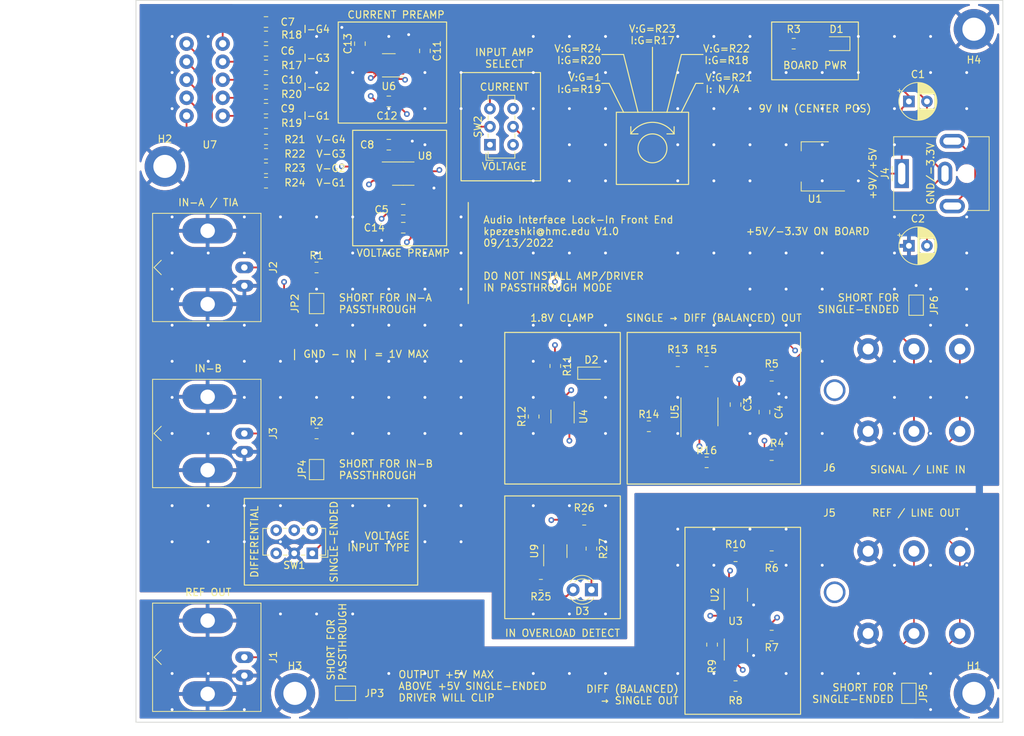
<source format=kicad_pcb>
(kicad_pcb (version 20211014) (generator pcbnew)
  (layers (0 "F.Cu" signal) (1 "In1.Cu" signal) (2 "In2.Cu" signal) (31 "B.Cu" signal) (34 "B.Paste" user) (35 "F.Paste" user) (36 "B.SilkS" user "B.Silkscreen") (37 "F.SilkS" user "F.Silkscreen") (38 "B.Mask" user) (39 "F.Mask" user) (44 "Edge.Cuts" user))
  (net 0 "")
  (net 1 "GND")
  (net 2 "/preamp/TIA_RG_G3")
  (net 3 "/TIA_OUT")
  (net 4 "/preamp/TIA_RG_G4")
  (net 5 "/preamp/TIA_RG_G1")
  (net 6 "/preamp/TIA_RG_G2")
  (net 7 "Net-(D1-Pad2)")
  (net 8 "Net-(D2-Pad1)")
  (net 9 "Net-(D3-Pad2)")
  (net 10 "/REFOUT")
  (net 11 "Net-(J2-Pad1)")
  (net 12 "Net-(J3-Pad1)")
  (net 13 "unconnected-(J4-PadMP)")
  (net 14 "/differential_to_single/V-")
  (net 15 "/differential_to_single/V+")
  (net 16 "Net-(J6-PadR)")
  (net 17 "Net-(J6-PadT)")
  (net 18 "/INA_TIA")
  (net 19 "/single_to_differential/Vo+")
  (net 20 "/INB")
  (net 21 "/single_to_differential/Vo-")
  (net 22 "Net-(R10-Pad2)")
  (net 23 "Net-(R7-Pad2)")
  (net 24 "Net-(R8-Pad2)")
  (net 25 "/OUTPUT")
  (net 26 "Net-(R12-Pad1)")
  (net 27 "/1v_clamp/OUT")
  (net 28 "Net-(R13-Pad2)")
  (net 29 "Net-(R14-Pad2)")
  (net 30 "/preamp/V_RG_2")
  (net 31 "Net-(R22-Pad1)")
  (net 32 "Net-(R23-Pad1)")
  (net 33 "Net-(R25-Pad1)")
  (net 34 "Net-(R26-Pad2)")
  (net 35 "/INA")
  (net 36 "/CURRIN")
  (net 37 "/AMP_OUT")
  (net 43 "/preamp/V_RG_1")
  (net 45 "+5V")
  (net 46 "-3V3")
  (net 47 "Net-(R21-Pad1)")
  (net 48 "Net-(R24-Pad1)")
  (footprint "audiohacks:ACJS-MHDR" (layer "F.Cu") (at 96.72 82)
    (fp_text reference "J5")
    (fp_text value "AudioJack3")
  )
  (footprint "Resistor_SMD:R_0805_2012Metric_Pad1.20x1.40mm_HandSolder" (layer "F.Cu") (at 62.05 71.95)
    (fp_text reference "R26")
    (fp_text value "10k")
  )
  (footprint "MountingHole:MountingHole_3.2mm_M3_DIN965_Pad" (layer "F.Cu") (at 22 96)
    (fp_text reference "H3")
    (fp_text value "MountingHole_Pad")
  )
  (footprint "Connector_BarrelJack:BarrelJack_CUI_PJ-063AH_Horizontal" (layer "F.Cu") (at 106 24 90)
    (fp_text reference "J4")
    (fp_text value "Barrel_Jack_MountingPin")
  )
  (footprint "Resistor_SMD:R_0805_2012Metric_Pad1.20x1.40mm_HandSolder" (layer "F.Cu") (at 18 19.265)
    (fp_text reference "R21")
    (fp_text value "50k")
  )
  (footprint "Resistor_SMD:R_0805_2012Metric_Pad1.20x1.40mm_HandSolder" (layer "F.Cu") (at 83 77)
    (fp_text reference "R10")
    (fp_text value "1k")
  )
  (footprint "Resistor_SMD:R_0805_2012Metric_Pad1.20x1.40mm_HandSolder" (layer "F.Cu") (at 71 59)
    (fp_text reference "R14")
    (fp_text value "390")
  )
  (footprint "Package_TO_SOT_SMD:SOT-23-6_Handsoldering" (layer "F.Cu") (at 83.05 89.35 90)
    (fp_text reference "U3")
    (fp_text value "OPA990")
  )
  (footprint "Button_Switch_THT:SW_E-Switch_EG1271_DPDT" (layer "F.Cu") (at 49 20 90)
    (fp_text reference "SW2")
    (fp_text value "SW_Push_DPDT")
  )
  (footprint "Capacitor_THT:CP_Radial_D5.0mm_P2.50mm" (layer "F.Cu") (at 107 14)
    (fp_text reference "C1")
    (fp_text value "C_Polarized")
  )
  (footprint "Resistor_SMD:R_0805_2012Metric_Pad1.20x1.40mm_HandSolder" (layer "F.Cu") (at 56.05 80.95 180)
    (fp_text reference "R25")
    (fp_text value "1k")
  )
  (footprint "Capacitor_SMD:C_0805_2012Metric_Pad1.18x1.45mm_HandSolder" (layer "F.Cu") (at 87 57.0375 90)
    (fp_text reference "C4")
    (fp_text value "100nF")
  )
  (footprint "Jumper:SolderJumper-2_P1.3mm_Open_TrianglePad1.0x1.5mm" (layer "F.Cu") (at 25 65 -90)
    (fp_text reference "JP4")
    (fp_text value "Jumper_2_Open")
  )
  (footprint "Resistor_SMD:R_0805_2012Metric_Pad1.20x1.40mm_HandSolder" (layer "F.Cu") (at 18 5)
    (fp_text reference "R18")
    (fp_text value "50k")
  )
  (footprint "Connector_Coaxial:BNC_Amphenol_B6252HB-NPP3G-50_Horizontal" (layer "F.Cu") (at 15 37 90)
    (fp_text reference "J2")
    (fp_text value "Conn_Coaxial")
  )
  (footprint "Resistor_SMD:R_0805_2012Metric_Pad1.20x1.40mm_HandSolder" (layer "F.Cu") (at 91.05 6)
    (fp_text reference "R3")
    (fp_text value "R")
  )
  (footprint "Capacitor_SMD:C_0805_2012Metric_Pad1.18x1.45mm_HandSolder" (layer "F.Cu") (at 35 20)
    (fp_text reference "C8")
    (fp_text value "100nF")
  )
  (footprint "audiohacks:ACJS-MHDR" (layer "F.Cu") (at 96.72 54)
    (fp_text reference "J6")
    (fp_text value "AudioJack3")
  )
  (footprint "Button_Switch_THT:SW_E-Switch_EG1271_DPDT" (layer "F.Cu") (at 24.4075 76.6 180)
    (fp_text reference "SW1")
    (fp_text value "SW_SPST")
  )
  (footprint "Capacitor_SMD:C_0805_2012Metric_Pad1.18x1.45mm_HandSolder" (layer "F.Cu") (at 18 11)
    (fp_text reference "C10")
    (fp_text value "10nF")
  )
  (footprint "Capacitor_SMD:C_0805_2012Metric_Pad1.18x1.45mm_HandSolder" (layer "F.Cu") (at 40 7 -90)
    (fp_text reference "C11")
    (fp_text value "100nF")
  )
  (footprint "Capacitor_SMD:C_0805_2012Metric_Pad1.18x1.45mm_HandSolder" (layer "F.Cu") (at 18 3)
    (fp_text reference "C7")
    (fp_text value "100pF")
  )
  (footprint "Resistor_SMD:R_0805_2012Metric_Pad1.20x1.40mm_HandSolder" (layer "F.Cu") (at 79 64)
    (fp_text reference "R16")
    (fp_text value "390")
  )
  (footprint "Package_SO:SOIC-8_3.9x4.9mm_P1.27mm" (layer "F.Cu") (at 78 57 90)
    (fp_text reference "U5")
    (fp_text value "OPA1632")
  )
  (footprint "Diode_SMD:D_SOD-323_HandSoldering" (layer "F.Cu") (at 63.05 51.65)
    (fp_text reference "D2")
    (fp_text value "D_Zener")
  )
  (footprint "LED_SMD:LED_0805_2012Metric_Pad1.15x1.40mm_HandSolder" (layer "F.Cu") (at 96.975 6 180)
    (fp_text reference "D1")
    (fp_text value "LED")
  )
  (footprint "MountingHole:MountingHole_3.2mm_M3_DIN965_Pad" (layer "F.Cu") (at 116 4)
    (fp_text reference "H4")
    (fp_text value "MountingHole_Pad")
  )
  (footprint "Package_TO_SOT_SMD:SOT-23-6_Handsoldering" (layer "F.Cu") (at 83.05 82.35 90)
    (fp_text reference "U2")
    (fp_text value "OPA990")
  )
  (footprint "Resistor_SMD:R_0805_2012Metric_Pad1.20x1.40mm_HandSolder" (layer "F.Cu") (at 58.05 50.65 -90)
    (fp_text reference "R11")
    (fp_text value "1k")
  )
  (footprint "Capacitor_SMD:C_0805_2012Metric_Pad1.18x1.45mm_HandSolder" (layer "F.Cu") (at 37 29)
    (fp_text reference "C5")
    (fp_text value "100nF")
  )
  (footprint "Connector_Coaxial:BNC_Amphenol_B6252HB-NPP3G-50_Horizontal" (layer "F.Cu") (at 15 60 90)
    (fp_text reference "J3")
    (fp_text value "Conn_Coaxial")
  )
  (footprint "Resistor_SMD:R_0805_2012Metric_Pad1.20x1.40mm_HandSolder" (layer "F.Cu") (at 63.05 75.95 -90)
    (fp_text reference "R27")
    (fp_text value "8k")
  )
  (footprint "Package_TO_SOT_SMD:SOT-223-3_TabPin2" (layer "F.Cu") (at 94 23 180)
    (fp_text reference "U1")
    (fp_text value "AZ1117-3.3")
  )
  (footprint "Jumper:SolderJumper-2_P1.3mm_Open_TrianglePad1.0x1.5mm" (layer "F.Cu") (at 108 42.225 -90)
    (fp_text reference "JP6")
    (fp_text value "Jumper_2_Open")
  )
  (footprint "Resistor_SMD:R_0805_2012Metric_Pad1.20x1.40mm_HandSolder" (layer "F.Cu") (at 75 50)
    (fp_text reference "R13")
    (fp_text value "390")
  )
  (footprint "Resistor_SMD:R_0805_2012Metric_Pad1.20x1.40mm_HandSolder" (layer "F.Cu") (at 55.05 57.65 90)
    (fp_text reference "R12")
    (fp_text value "100")
  )
  (footprint "Capacitor_SMD:C_0805_2012Metric_Pad1.18x1.45mm_HandSolder" (layer "F.Cu") (at 31 6 90)
    (fp_text reference "C13")
    (fp_text value "100nF")
  )
  (footprint "MountingHole:MountingHole_3.2mm_M3_DIN965_Pad" (layer "F.Cu") (at 116 96)
    (fp_text reference "H1")
    (fp_text value "MountingHole_Pad")
  )
  (footprint "Resistor_SMD:R_0805_2012Metric_Pad1.20x1.40mm_HandSolder" (layer "F.Cu") (at 88 63)
    (fp_text reference "R4")
    (fp_text value "1k")
  )
  (footprint "Resistor_SMD:R_0805_2012Metric_Pad1.20x1.40mm_HandSolder" (layer "F.Cu") (at 18 21.265)
    (fp_text reference "R22")
    (fp_text value "5k")
  )
  (footprint "Jumper:SolderJumper-2_P1.3mm_Open_TrianglePad1.0x1.5mm" (layer "F.Cu") (at 25 42 -90)
    (fp_text reference "JP2")
    (fp_text value "Jumper_2_Open")
  )
  (footprint "Package_TO_SOT_SMD:SOT-23-6_Handsoldering" (layer "F.Cu") (at 59.05 57.65 -90)
    (fp_text reference "U4")
    (fp_text value "OPA990")
  )
  (footprint "Jumper:SolderJumper-2_P1.3mm_Open_TrianglePad1.0x1.5mm" (layer "F.Cu") (at 29 96)
    (fp_text reference "JP3")
    (fp_text value "Jumper_2_Open")
  )
  (footprint "Package_TO_SOT_SMD:SOT-23-6_Handsoldering" (layer "F.Cu") (at 58.05 76.3 90)
    (fp_text reference "U9")
    (fp_text value "OPA990")
  )
  (footprint "Resistor_SMD:R_0805_2012Metric_Pad1.20x1.40mm_HandSolder" (layer "F.Cu") (at 18 13)
    (fp_text reference "R20")
    (fp_text value "500")
  )
  (footprint "Capacitor_SMD:C_0805_2012Metric_Pad1.18x1.45mm_HandSolder" (layer "F.Cu") (at 18 15)
    (fp_text reference "C9")
    (fp_text value "100nF")
  )
  (footprint "Resistor_SMD:R_0805_2012Metric_Pad1.20x1.40mm_HandSolder" (layer "F.Cu") (at 88 88 180)
    (fp_text reference "R7")
    (fp_text value "1k")
  )
  (footprint "Capacitor_THT:CP_Radial_D5.0mm_P2.50mm" (layer "F.Cu") (at 107 34)
    (fp_text reference "C2")
    (fp_text value "C_Polarized")
  )
  (footprint "Resistor_SMD:R_0805_2012Metric_Pad1.20x1.40mm_HandSolder" (layer "F.Cu") (at 18 9)
    (fp_text reference "R17")
    (fp_text value "5k")
  )
  (footprint "Resistor_SMD:R_0805_2012Metric_Pad1.20x1.40mm_HandSolder" (layer "F.Cu") (at 25 60)
    (fp_text reference "R2")
    (fp_text value "100")
  )
  (footprint "Resistor_SMD:R_0805_2012Metric_Pad1.20x1.40mm_HandSolder" (layer "F.Cu") (at 79 50)
    (fp_text reference "R15")
    (fp_text value "390")
  )
  (footprint "Capacitor_SMD:C_0805_2012Metric_Pad1.18x1.45mm_HandSolder" (layer "F.Cu") (at 18 7)
    (fp_text reference "C6")
    (fp_text value "1nF")
  )
  (footprint "Resistor_SMD:R_0805_2012Metric_Pad1.20x1.40mm_HandSolder" (layer "F.Cu") (at 79.75 89.25 -90)
    (fp_text reference "R9")
    (fp_text value "1k")
  )
  (footprint "Jumper:SolderJumper-2_P1.3mm_Open_TrianglePad1.0x1.5mm" (layer "F.Cu") (at 107 96 90)
    (fp_text reference "JP5")
    (fp_text value "Jumper_2_Open")
  )
  (footprint "MountingHole:MountingHole_3.2mm_M3_DIN965_Pad" (layer "F.Cu") (at 4 23)
    (fp_text reference "H2")
    (fp_text value "MountingHole_Pad")
  )
  (footprint "Capacitor_SMD:C_0805_2012Metric_Pad1.18x1.45mm_HandSolder" (layer "F.Cu") (at 35 14)
    (fp_text reference "C12")
    (fp_text value "100nF")
  )
  (footprint "Package_TO_SOT_SMD:SOT-23-6_Handsoldering" (layer "F.Cu") (at 35 9 180)
    (fp_text reference "U6")
    (fp_text value "OPA990")
  )
  (footprint "LED_THT:LED_D3.0mm" (layer "F.Cu") (at 63.05 81.65 180)
    (fp_text reference "D3")
    (fp_text value "LED")
  )
  (footprint "Capacitor_SMD:C_0805_2012Metric_Pad1.18x1.45mm_HandSolder" (layer "F.Cu") (at 37 31.5)
    (fp_text reference "C14")
    (fp_text value "100nF")
  )
  (footprint "Resistor_SMD:R_0805_2012Metric_Pad1.20x1.40mm_HandSolder" (layer "F.Cu") (at 18 17)
    (fp_text reference "R19")
    (fp_text value "50")
  )
  (footprint "Capacitor_SMD:C_0805_2012Metric_Pad1.18x1.45mm_HandSolder" (layer "F.Cu") (at 83 56 -90)
    (fp_text reference "C3")
    (fp_text value "100nF")
  )
  (footprint "Connector_Coaxial:BNC_Amphenol_B6252HB-NPP3G-50_Horizontal" (layer "F.Cu") (at 15 91 90)
    (fp_text reference "J1")
    (fp_text value "Conn_Coaxial")
  )
  (footprint "Package_SO:MSOP-8_3x3mm_P0.65mm" (layer "F.Cu") (at 37 24)
    (fp_text reference "U8")
    (fp_text value "AD8221")
  )
  (footprint "Resistor_SMD:R_0805_2012Metric_Pad1.20x1.40mm_HandSolder" (layer "F.Cu") (at 88 77 180)
    (fp_text reference "R6")
    (fp_text value "1k")
  )
  (footprint "Resistor_SMD:R_0805_2012Metric_Pad1.20x1.40mm_HandSolder" (layer "F.Cu") (at 18 23.265)
    (fp_text reference "R23")
    (fp_text value "500")
  )
  (footprint "audiohacks:105-SR10010F-25NS" (layer "F.Cu") (at 7 16 180)
    (fp_text reference "U7")
    (fp_text value "105-SR10010F-25NS")
  )
  (footprint "Resistor_SMD:R_0805_2012Metric_Pad1.20x1.40mm_HandSolder" (layer "F.Cu") (at 18 25.265)
    (fp_text reference "R24")
    (fp_text value "50")
  )
  (footprint "Resistor_SMD:R_0805_2012Metric_Pad1.20x1.40mm_HandSolder" (layer "F.Cu") (at 83 95 180)
    (fp_text reference "R8")
    (fp_text value "1k")
  )
  (footprint "Resistor_SMD:R_0805_2012Metric_Pad1.20x1.40mm_HandSolder" (layer "F.Cu") (at 25 37)
    (fp_text reference "R1")
    (fp_text value "100")
  )
  (footprint "Resistor_SMD:R_0805_2012Metric_Pad1.20x1.40mm_HandSolder" (layer "F.Cu") (at 88 52)
    (fp_text reference "R5")
    (fp_text value "1k")
  )
  (gr_rect (start 66.5 15.5) (end 76.5 25.5) (layer "F.SilkS") (width 0.15) (fill none))
  (gr_rect (start 51.05 68.65) (end 67.05 85.65) (layer "F.SilkS") (width 0.15) (fill none))
  (gr_line (start 67.5 15.5) (end 65.5 11.5) (layer "F.SilkS") (width 0.15))
  (gr_line (start 73.5 15.5) (end 75.5 7.5) (layer "F.SilkS") (width 0.15))
  (gr_rect (start 76 73) (end 92 98.9) (layer "F.SilkS") (width 0.15) (fill none))
  (gr_line (start 68.5 18.5) (end 69.5 18.5) (layer "F.SilkS") (width 0.15))
  (gr_line (start 75.5 7.5) (end 78.5 7.5) (layer "F.SilkS") (width 0.15))
  (gr_line (start 74.5 17.5) (end 74.5 18.5) (layer "F.SilkS") (width 0.15))
  (gr_line (start 68.5 17.5) (end 68.5 18.5) (layer "F.SilkS") (width 0.15))
  (gr_line (start 64.5 7.5) (end 67.5 7.5) (layer "F.SilkS") (width 0.15))
  (gr_rect (start 30 18) (end 43 34) (layer "F.SilkS") (width 0.15) (fill none))
  (gr_line (start 77.5 11.5) (end 78.5 11.5) (layer "F.SilkS") (width 0.15))
  (gr_rect (start 67.05 46) (end 51.05 67) (layer "F.SilkS") (width 0.15) (fill none))
  (gr_rect (start 68 46) (end 92 67) (layer "F.SilkS") (width 0.15) (fill none))
  (gr_line (start 65.5 11.5) (end 64.5 11.5) (layer "F.SilkS") (width 0.15))
  (gr_circle (center 71.5 20.5) (end 73.5 20.5) (layer "F.SilkS") (width 0.15) (fill none))
  (gr_line (start 46 28) (end 46 42) (layer "F.SilkS") (width 0.15))
  (gr_line (start 75.5 15.5) (end 77.5 11.5) (layer "F.SilkS") (width 0.15))
  (gr_line (start 71.5 15.25736) (end 71.5 6.5) (layer "F.SilkS") (width 0.15))
  (gr_rect (start 28 17) (end 43 3) (layer "F.SilkS") (width 0.15) (fill none))
  (gr_rect (start 88 3) (end 100 11) (layer "F.SilkS") (width 0.15) (fill none))
  (gr_rect (start 45 10) (end 56 25) (layer "F.SilkS") (width 0.15) (fill none))
  (gr_arc (start 68.5 18.5) (mid 71.5 16.894449) (end 74.5 18.5) (layer "F.SilkS") (width 0.15))
  (gr_line (start 69.5 15.5) (end 67.5 7.5) (layer "F.SilkS") (width 0.15))
  (gr_line (start 73.5 18.5) (end 74.5 18.5) (layer "F.SilkS") (width 0.15))
  (gr_rect (start 15 69) (end 39 81) (layer "F.SilkS") (width 0.15) (fill none))
  (gr_line (start 120 0) (end 120 100) (layer "Edge.Cuts") (width 0.1))
  (gr_line (start 120 100) (end 0 100) (layer "Edge.Cuts") (width 0.1))
  (gr_line (start 0 100) (end 0 0) (layer "Edge.Cuts") (width 0.1))
  (gr_line (start 0 0) (end 120 0) (layer "Edge.Cuts") (width 0.1))
  (gr_text "DIFFERENTIAL" (at 16.4075 75 90) (layer "F.SilkS") (effects (font (size 1 1))))
  (gr_text "V:G=R24\nI:G=R20" (at 64.5 7.5) (layer "F.SilkS") (effects (font (size 1 1)) (justify right)))
  (gr_text "| GND - IN | = 1V MAX" (at 31 49) (layer "F.SilkS") (effects (font (size 1 1))))
  (gr_text "IN-A / TIA" (at 10 28) (layer "F.SilkS") (effects (font (size 1 1))))
  (gr_text "V-G3" (at 27 21.265) (layer "F.SilkS") (effects (font (size 1 1))))
  (gr_text "V:G=R22\nI:G=R18" (at 81.75 7.5) (layer "F.SilkS") (effects (font (size 1 1))))
  (gr_text "Audio Interface Lock-In Front End \nkpezeshki@hmc.edu V1.0\n09/13/2022" (at 48 32) (layer "F.SilkS") (effects (font (size 1 1)) (justify left)))
  (gr_text "I-G4" (at 25 4) (layer "F.SilkS") (effects (font (size 1 1))))
  (gr_text "SHORT FOR\nSINGLE-ENDED" (at 105 96) (layer "F.SilkS") (effects (font (size 1 1)) (justify right)))
  (gr_text "SINGLE → DIFF (BALANCED) OUT" (at 80 44) (layer "F.SilkS") (effects (font (size 1 1))))
  (gr_text "REF OUT" (at 10 82) (layer "F.SilkS") (effects (font (size 1 1))))
  (gr_text "DO NOT INSTALL AMP/DRIVER\nIN PASSTHROUGH MODE" (at 48 39) (layer "F.SilkS") (effects (font (size 1 1)) (justify left)))
  (gr_text "VOLTAGE PREAMP" (at 37 35) (layer "F.SilkS") (effects (font (size 1 1))))
  (gr_text "SHORT FOR IN-B\nPASSTHROUGH" (at 28 65) (layer "F.SilkS") (effects (font (size 1 1)) (justify left)))
  (gr_text "1.8V CLAMP" (at 59 44) (layer "F.SilkS") (effects (font (size 1 1))))
  (gr_text "OUTPUT +5V MAX\nABOVE +5V SINGLE-ENDED \nDRIVER WILL CLIP" (at 36.25 95) (layer "F.SilkS") (effects (font (size 1 1)) (justify left)))
  (gr_text "DIFF (BALANCED)\n→ SINGLE OUT" (at 75.2 96.2) (layer "F.SilkS") (effects (font (size 1 1)) (justify right)))
  (gr_text "GND/-3.3V" (at 110 24 90) (layer "F.SilkS") (effects (font (size 1 1))))
  (gr_text "SIGNAL / LINE IN" (at 108.25 65) (layer "F.SilkS") (effects (font (size 1 1))))
  (gr_text "V-G4" (at 27 19.265) (layer "F.SilkS") (effects (font (size 1 1))))
  (gr_text "SHORT FOR IN-A\nPASSTHROUGH" (at 28 42) (layer "F.SilkS") (effects (font (size 1 1)) (justify left)))
  (gr_text "VOLTAGE\nINPUT TYPE" (at 38 75) (layer "F.SilkS") (effects (font (size 1 1)) (justify right)))
  (gr_text "V-G2" (at 27 23.265) (layer "F.SilkS") (effects (font (size 1 1))))
  (gr_text "V-G1" (at 27 25.265) (layer "F.SilkS") (effects (font (size 1 1))))
  (gr_text "BOARD PWR" (at 94 9) (layer "F.SilkS") (effects (font (size 1 1))))
  (gr_text "SHORT FOR\nPASSTHROUGH" (at 27.8 94.3 90) (layer "F.SilkS") (effects (font (size 1 1)) (justify left)))
  (gr_text "+9V/+5V" (at 102 24 90) (layer "F.SilkS") (effects (font (size 1 1))))
  (gr_text "REF / LINE OUT" (at 108 71) (layer "F.SilkS") (effects (font (size 1 1))))
  (gr_text "V:G=R21\nI: N/A" (at 78.75 11.5) (layer "F.SilkS") (effects (font (size 1 1)) (justify left)))
  (gr_text "V:G=R23\nI:G=R17" (at 71.5 4.75) (layer "F.SilkS") (effects (font (size 1 1))))
  (gr_text "9V IN (CENTER POS)" (at 94 15) (layer "F.SilkS") (effects (font (size 1 1))))
  (gr_text "CURRENT PREAMP" (at 36 2) (layer "F.SilkS") (effects (font (size 1 1))))
  (gr_text "+5V/-3.3V ON BOARD" (at 93 32) (layer "F.SilkS") (effects (font (size 1 1))))
  (gr_text "V:G=1\nI:G=R19" (at 64.5 11.5) (layer "F.SilkS") (effects (font (size 1 1)) (justify right)))
  (gr_text "I-G3" (at 25 8) (layer "F.SilkS") (effects (font (size 1 1))))
  (gr_text "IN-B" (at 10 51) (layer "F.SilkS") (effects (font (size 1 1))))
  (gr_text "I-G1" (at 25 16) (layer "F.SilkS") (effects (font (size 1 1))))
  (gr_text "IN OVERLOAD DETECT" (at 59.05 87.65) (layer "F.SilkS") (effects (font (size 1 1))))
  (gr_text "VOLTAGE" (at 51 23) (layer "F.SilkS") (effects (font (size 1 1))))
  (gr_text "SHORT FOR\nSINGLE-ENDED" (at 105.75 42) (layer "F.SilkS") (effects (font (size 1 1)) (justify right)))
  (gr_text "INPUT AMP\nSELECT" (at 51 8) (layer "F.SilkS") (effects (font (size 1 1))))
  (gr_text "SINGLE-ENDED" (at 27.4075 75 90) (layer "F.SilkS") (effects (font (size 1 1))))
  (gr_text "I-G2" (at 25 12) (layer "F.SilkS") (effects (font (size 1 1))))
  (gr_text "CURRENT" (at 51 12) (layer "F.SilkS") (effects (font (size 1 1))))
  (segment (start 85.45 90.7) (end 85.5 90.75) (width 0.25) (layer "F.Cu") (net 1))
  (segment (start 84.2125 57.0375) (end 85.25 56) (width 0.25) (layer "F.Cu") (net 1))
  (segment (start 38.9625 5.9625) (end 37.75 4.75) (width 0.25) (layer "F.Cu") (net 1))
  (segment (start 90.85 23) (end 97.15 23) (width 0.25) (layer "F.Cu") (net 1))
  (segment (start 39.876041 24.325) (end 41.25 25.698959) (width 0.25) (layer "F.Cu") (net 1))
  (segment (start 87.5 56) (end 89 54.5) (width 0.25) (layer "F.Cu") (net 1))
  (segment (start 36.0375 20) (end 37.75 20) (width 0.25) (layer "F.Cu") (net 1))
  (segment (start 85.45 83.7) (end 85.5 83.75) (width 0.25) (layer "F.Cu") (net 1))
  (segment (start 41.25 25.698959) (end 41.25 26) (width 0.25) (layer "F.Cu") (net 1))
  (segment (start 87 56) (end 87.5 56) (width 0.25) (layer "F.Cu") (net 1))
  (segment (start 39.1125 24.325) (end 39.876041 24.325) (width 0.25) (layer "F.Cu") (net 1))
  (segment (start 35.9625 31.5) (end 35.75 31.5) (width 0.25) (layer "F.Cu") (net 1))
  (segment (start 83 57.0375) (end 84.2125 57.0375) (width 0.25) (layer "F.Cu") (net 1))
  (segment (start 37.75 20) (end 38.25 19.5) (width 0.25) (layer "F.Cu") (net 1))
  (segment (start 84 83.7) (end 85.45 83.7) (width 0.25) (layer "F.Cu") (net 1))
  (segment (start 40 5.9625) (end 38.9625 5.9625) (width 0.25) (layer "F.Cu") (net 1))
  (segment (start 84 90.7) (end 85.45 90.7) (width 0.25) (layer "F.Cu") (net 1))
  (segment (start 31 4.9625) (end 29.7875 3.75) (width 0.25) (layer "F.Cu") (net 1))
  (segment (start 108 41.5) (end 108 39.5) (width 0.25) (layer "F.Cu") (net 1))
  (segment (start 29.7875 3.75) (end 28.5 3.75) (width 0.25) (layer "F.Cu") (net 1))
  (segment (start 35.75 31.5) (end 34 33.25) (width 0.25) (layer "F.Cu") (net 1))
  (segment (start 85.25 56) (end 87 56) (width 0.25) (layer "F.Cu") (net 1))
  (via (at 105 78.25) (size 0.8) (drill 0.4) (layers "F.Cu" "B.Cu") (net 1))
  (via (at 5 75) (size 0.8) (drill 0.4) (layers "F.Cu" "B.Cu") (net 1))
  (via (at 85 10) (size 0.8) (drill 0.4) (layers "F.Cu" "B.Cu") (net 1))
  (via (at 105 50) (size 0.8) (drill 0.4) (layers "F.Cu" "B.Cu") (net 1))
  (via (at 60 20) (size 0.8) (drill 0.4) (layers "F.Cu" "B.Cu") (net 1))
  (via (at 115 15) (size 0.8) (drill 0.4) (layers "F.Cu" "B.Cu") (net 1))
  (via (at 20 70) (size 0.8) (drill 0.4) (layers "F.Cu" "B.Cu") (net 1))
  (via (at 40 60) (size 0.8) (drill 0.4) (layers "F.Cu" "B.Cu") (net 1))
  (via (at 110 10) (size 0.8) (drill 0.4) (layers "F.Cu" "B.Cu") (net 1))
  (via (at 20 55) (size 0.8) (drill 0.4) (layers "F.Cu" "B.Cu") (net 1))
  (via (at 45 75) (size 0.8) (drill 0.4) (layers "F.Cu" "B.Cu") (net 1))
  (via (at 60 70) (size 0.8) (drill 0.4) (layers "F.Cu" "B.Cu") (net 1))
  (via (at 75 15) (size 0.8) (drill 0.4) (layers "F.Cu" "B.Cu") (net 1))
  (via (at 80 73.25) (size 0.8) (drill 0.4) (layers "F.Cu" "B.Cu") (net 1))
  (via (at 65 10) (size 0.8) (drill 0.4) (layers "F.Cu" "B.Cu") (net 1))
  (via (at 90 78.25) (size 0.8) (drill 0.4) (layers "F.Cu" "B.Cu") (net 1))
  (via (at 55 10) (size 0.8) (drill 0.4) (layers "F.Cu" "B.Cu") (net 1))
  (via (at 45 55) (size 0.8) (drill 0.4) (layers "F.Cu" "B.Cu") (net 1))
  (via (at 20 75) (size 0.8) (drill 0.4) (layers "F.Cu" "B.Cu") (net 1))
  (via (at 65 15) (size 0.8) (drill 0.4) (layers "F.Cu" "B.Cu") (net 1))
  (via (at 65 50) (size 0.8) (drill 0.4) (layers "F.Cu" "B.Cu") (net 1))
  (via (at 115 40) (size 0.8) (drill 0.4) (layers "F.Cu" "B.Cu") (net 1))
  (via (at 115 10) (size 0.8) (drill 0.4) (layers "F.Cu" "B.Cu") (net 1))
  (via (at 105 15) (size 0.8) (drill 0.4) (layers "F.Cu" "B.Cu") (net 1))
  (via (at 41.25 26) (size 0.8) (drill 0.4) (layers "F.Cu" "B.Cu") (net 1))
  (via (at 15 30) (size 0.8) (drill 0.4) (layers "F.Cu" "B.Cu") (net 1))
  (via (at 115 73.25) (size 0.8) (drill 0.4) (layers "F.Cu" "B.Cu") (net 1))
  (via (at 100 5) (size 0.8) (drill 0.4) (layers "F.Cu" "B.Cu") (net 1))
  (via (at 5 15) (size 0.8) (drill 0.4) (layers "F.Cu" "B.Cu") (net 1))
  (via (at 65 35) (size 0.8) (drill 0.4) (layers "F.Cu" "B.Cu") (net 1))
  (via (at 115 30) (size 0.8) (drill 0.4) (layers "F.Cu" "B.Cu") (net 1))
  (via (at 25 35) (size 0.8) (drill 0.4) (layers "F.Cu" "B.Cu") (net 1))
  (via (at 110 78.25) (size 0.8) (drill 0.4) (layers "F.Cu" "B.Cu") (net 1))
  (via (at 40 40) (size 0.8) (drill 0.4) (layers "F.Cu" "B.Cu") (net 1))
  (via (at 95 25) (size 0.8) (drill 0.4) (layers "F.Cu" "B.Cu") (net 1))
  (via (at 60 50) (size 0.8) (drill 0.4) (layers "F.Cu" "B.Cu") (net 1))
  (via (at 85 40) (size 0.8) (drill 0.4) (layers "F.Cu" "B.Cu") (net 1))
  (via (at 25 55) (size 0.8) (drill 0.4) (layers "F.Cu" "B.Cu") (net 1))
  (via (at 90 73.25) (size 0.8) (drill 0.4) (layers "F.Cu" "B.Cu") (net 1))
  (via (at 80 20) (size 0.8) (drill 0.4) (layers "F.Cu" "B.Cu") (net 1))
  (via (at 5 98.25) (size 0.8) (drill 0.4) (layers "F.Cu" "B.Cu") (net 1))
  (via (at 25 40) (size 0.8) (drill 0.4) (layers "F.Cu" "B.Cu") (net 1))
  (via (at 45 10) (size 0.8) (drill 0.4) (layers "F.Cu" "B.Cu") (net 1))
  (via (at 5 50) (size 0.8) (drill 0.4) (layers "F.Cu" "B.Cu") (net 1))
  (via (at 15 98.25) (size 0.8) (drill 0.4) (layers "F.Cu" "B.Cu") (net 1))
  (via (at 55 5) (size 0.8) (drill 0.4) (layers "F.Cu" "B.Cu") (net 1))
  (via (at 45 30) (size 0.8) (drill 0.4) (layers "F.Cu" "B.Cu") (net 1))
  (via (at 105 60) (size 0.8) (drill 0.4) (layers "F.Cu" "B.Cu") (net 1))
  (via (at 65 20) (size 0.8) (drill 0.4) (layers "F.Cu" "B.Cu") (net 1))
  (via (at 20 85) (size 0.8) (drill 0.4) (layers "F.Cu" "B.Cu") (net 1))
  (via (at 35 50) (size 0.8) (drill 0.4) (layers "F.Cu" "B.Cu") (net 1))
  (via (at 30 40) (size 0.8) (drill 0.4) (layers "F.Cu" "B.Cu") (net 1))
  (via (at 115 55) (size 0.8) (drill 0.4) (layers "F.Cu" "B.Cu") (net 1))
  (via (at 5 70) (size 0.8) (drill 0.4) (layers "F.Cu" "B.Cu") (net 1))
  (via (at 105 5) (size 0.8) (drill 0.4) (layers "F.Cu" "B.Cu") (net 1))
  (via (at 15 35) (size 0.8) (drill 0.4) (layers "F.Cu" "B.Cu") (net 1))
  (via (at 75 5) (size 0.8) (drill 0.4) (layers "F.Cu" "B.Cu") (net 1))
  (via (at 90 60) (size 0.8) (drill 0.4) (layers "F.Cu" "B.Cu") (net 1))
  (via (at 35 93.25) (size 0.8) (drill 0.4) (layers "F.Cu" "B.Cu") (net 1))
  (via (at 55 55) (size 0.8) (drill 0.4) (layers "F.Cu" "B.Cu") (net 1))
  (via (at 90 35) (size 0.8) (drill 0.4) (layers "F.Cu" "B.Cu") (net 1))
  (via (at 40 75) (size 0.8) (drill 0.4) (layers "F.Cu" "B.Cu") (net 1))
  (via (at 80 10) (size 0.8) (drill 0.4) (layers "F.Cu" "B.Cu") (net 1))
  (via (at 75 78.25) (size 0.8) (drill 0.4) (layers "F.Cu" "B.Cu") (net 1))
  (via (at 60 5) (size 0.8) (drill 0.4) (layers "F.Cu" "B.Cu") (net 1))
  (via (at 30 10) (size 0.8) (drill 0.4) (layers "F.Cu" "B.Cu") (net 1))
  (via (at 110 45) (size 0.8) (drill 0.4) (layers "F.Cu" "B.Cu") (net 1))
  (via (at 55 25) (size 0.8) (drill 0.4) (layers "F.Cu" "B.Cu") (net 1))
  (via (at 5 10) (size 0.8) (drill 0.4) (layers "F.Cu" "B.Cu") (net 1))
  (via (at 28.5 3.75) (size 0.8) (drill 0.4) (layers "F.Cu" "B.Cu") (net 1))
  (via (at 80 35) (size 0.8) (drill 0.4) (layers "F.Cu" "B.Cu") (net 1))
  (via (at 45 60) (size 0.8) (drill 0.4) (layers "F.Cu" "B.Cu") (net 1))
  (via (at 30 50) (size 0.8) (drill 0.4) (layers "F.Cu" "B.Cu") (net 1))
  (via (at 45 45) (size 0.8) (drill 0.4) (layers "F.Cu" "B.Cu") (net 1))
  (via (at 40 93.25) (size 0.8) (drill 0.4) (layers "F.Cu" "B.Cu") (net 1))
  (via (at 105 40) (size 0.8) (drill 0.4) (layers "F.Cu" "B.Cu") (net 1))
  (via (at 85 20) (size 0.8) (drill 0.4) (layers "F.Cu" "B.Cu") (net 1))
  (via (at 10 93.25) (size 0.8) (drill 0.4) (layers "F.Cu" "B.Cu") (net 1))
  (via (at 15 45) (size 0.8) (drill 0.4) (layers "F.Cu" "B.Cu") (net 1))
  (via (at 95 40) (size 0.8) (drill 0.4) (layers "F.Cu" "B.Cu") (net 1))
  (via (at 55 85) (size 0.8) (drill 0.4) (layers "F.Cu" "B.Cu") (net 1))
  (via (at 20 50) (size 0.8) (drill 0.4) (layers "F.Cu" "B.Cu") (net 1))
  (via (at 80 93.25) (size 0.8) (drill 0.4) (layers "F.Cu" "B.Cu") (net 1))
  (via (at 90 20) (size 0.8) (drill 0.4) (layers "F.Cu" "B.Cu") (net 1))
  (via (at 40 50) (size 0.8) (drill 0.4) (layers "F.Cu" "B.Cu") (net 1))
  (via (at 110 60) (size 0.8) (drill 0.4) (layers "F.Cu" "B.Cu") (net 1))
  (via (at 25 10) (size 0.8) (drill 0.4) (layers "F.Cu" "B.Cu") (net 1))
  (via (at 60 25) (size 0.8) (drill 0.4) (layers "F.Cu" "B.Cu") (net 1))
  (via (at 95 60) (size 0.8) (drill 0.4) (layers "F.Cu" "B.Cu") (net 1))
  (via (at 45 35) (size 0.8) (drill 0.4) (layers "F.Cu" "B.Cu") (net 1))
  (via (at 45 70) (size 0.8) (drill 0.4) (layers "F.Cu" "B.Cu") (net 1))
  (via (at 45 93.25) (size 0.8) (drill 0.4) (layers "F.Cu" "B.Cu") (net 1))
  (via (at 65 85) (size 0.8) (drill 0.4) (layers "F.Cu" "B.Cu") (net 1))
  (via (at 35 40) (size 0.8) (drill 0.4) (layers "F.Cu" "B.Cu") (net 1))
  (via (at 80 15) (size 0.8) (drill 0.4) (layers "F.Cu" "B.Cu") (net 1))
  (via (at 85 35) (size 0.8) (drill 0.4) (layers "F.Cu" "B.Cu") (net 1))
  (via (at 40 35) (size 0.8) (drill 0.4) (layers "F.Cu" "B.Cu") (net 1))
  (via (at 30 45) (size 0.8) (drill 0.4) (layers "F.Cu" "B.Cu") (net 1))
  (via (at 20 30) (size 0.8) (drill 0.4) (layers "F.Cu" "B.Cu") (net 1))
  (via (at 100 25) (size 0.8) (drill 0.4) (layers "F.Cu" "B.Cu") (net 1))
  (via (at 60 45) (size 0.8) (drill 0.4) (layers "F.Cu" "B.Cu") (net 1))
  (via (at 5 40) (size 0.8) (drill 0.4) (layers "F.Cu" "B.Cu") (net 1))
  (via (at 25 5) (size 0.8) (drill 0.4) (layers "F.Cu" "B.Cu") (net 1))
  (via (at 35 35) (size 0.8) (drill 0.4) (layers "F.Cu" "B.Cu") (net 1))
  (via (at 30 55) (size 0.8) (drill 0.4) (layers "F.Cu" "B.Cu") (net 1))
  (via (at 45 40) (size 0.8) (drill 0.4) (layers "F.Cu" "B.Cu") (net 1))
  (via (at 30 75) (size 0.8) (drill 0.4) (layers "F.Cu" "B.Cu") (net 1))
  (via (at 15 50) (size 0.8) (drill 0.4) (layers "F.Cu" "B.Cu") (net 1))
  (via (at 75 10) (size 0.8) (drill 0.4) (layers "F.Cu" "B.Cu") (net 1))
  (via (at 85.5 90.75) (size 0.8) (drill 0.4) (layers "F.Cu" "B.Cu") (net 1))
  (via (at 95 35) (size 0.8) (drill 0.4) (layers "F.Cu" "B.Cu") (net 1))
  (via (at 5 55) (size 0.8) (drill 0.4) (layers "F.Cu" "B.Cu") (net 1))
  (via (at 95 15) (size 0.8) (drill 0.4) (layers "F.Cu" "B.Cu") (net 1))
  (via (at 45 50) (size 0.8) (drill 0.4) (layers "F.Cu" "B.Cu") (net 1))
  (via (at 30 30) (size 0.8) (drill 0.4) (layers "F.Cu" "B.Cu") (net 1))
  (via (at 60 93.25) (size 0.8) (drill 0.4) (layers "F.Cu" "B.Cu") (net 1))
  (via (at 30 35) (size 0.8) (drill 0.4) (layers "F.Cu" "B.Cu") (net 1))
  (via (at 55 93.25) (size 0.8) (drill 0.4) (layers "F.Cu" "B.Cu") (net 1))
  (via (at 40 10) (size 0.8) (drill 0.4) (layers "F.Cu" "B.Cu") (net 1))
  (via (at 85 25) (size 0.8) (drill 0.4) (layers "F.Cu" "B.Cu") (net 1))
  (via (at 75 25) (size 0.8) (drill 0.4) (layers "F.Cu" "B.Cu") (net 1))
  (via (at 105 35) (size 0.8) (drill 0.4) (layers "F.Cu" "B.Cu") (net 1))
  (via (at 110 50) (size 0.8) (drill 0.4) (layers "F.Cu" "B.Cu") (net 1))
  (via (at 85 60) (size 0.8) (drill 0.4) (layers "F.Cu" "B.Cu") (net 1))
  (via (at 55 70) (size 0.8) (drill 0.4) (layers "F.Cu" "B.Cu") (net 1))
  (via (at 30 70) (size 0.8) (drill 0.4) (layers "F.Cu" "B.Cu") (net 1))
  (via (at 105 93.25) (size 0.8) (drill 0.4) (layers "F.Cu" "B.Cu") (net 1))
  (via (at 80 78.25) (size 0.8) (drill 0.4) (layers "F.Cu" "B.Cu") (net 1))
  (via (at 5 93.25) (size 0.8) (drill 0.4) (layers "F.Cu" "B.Cu") (net 1))
  (via (at 108 39.5) (size 0.8) (drill 0.4) (layers "F.Cu" "B.Cu") (net 1))
  (via (at 35 75) (size 0.8) (drill 0.4) (layers "F.Cu" "B.Cu") (net 1))
  (via (at 30 60) (size 0.8) (drill 0.4) (layers "F.Cu" "B.Cu") (net 1))
  (via (at 110 40) (size 0.8) (drill 0.4) (layers "F.Cu" "B.Cu") (net 1))
  (via (at 65 70) (size 0.8) (drill 0.4) (layers "F.Cu" "B.Cu") (net 1))
  (via (at 90 40) (size 0.8) (drill 0.4) (layers "F.Cu" "B.Cu") (net 1))
  (via (at 10 45) (size 0.8) (drill 0.4) (layers "F.Cu" "B.Cu") (net 1))
  (via (at 65 45) (size 0.8) (drill 0.4) (layers "F.Cu" "B.Cu") (net 1))
  (via (at 25 50) (size 0.8) (drill 0.4) (layers "F.Cu" "B.Cu") (net 1))
  (via (at 80 5) (size 0.8) (drill 0.4) (layers "F.Cu" "B.Cu") (net 1))
  (via (at 40 70) (size 0.8) (drill 0.4) (layers "F.Cu" "B.Cu") (net 1))
  (via (at 105 20) (size 0.8) (drill 0.4) (layers "F.Cu" "B.Cu") (net 1))
  (via (at 85 45) (size 0.8) (drill 0.4) (layers "F.Cu" "B.Cu") (net 1))
  (via (at 5 30) (size 0.8) (drill 0.4) (layers "F.Cu" "B.Cu") (net 1))
  (via (at 90 10) (size 0.8) (drill 0.4) (layers "F.Cu" "B.Cu") (net 1))
  (via (at 95 50) (size 0.8) (drill 0.4) (layers "F.Cu" "B.Cu") (net 1))
  (via (at 60 15) (size 0.8) (drill 0.4) (layers "F.Cu" "B.Cu") (net 1))
  (via (at 5 35) (size 0.8) (drill 0.4) (layers "F.Cu" "B.Cu") (net 1))
  (via (at 95 10) (size 0.8) (drill 0.4) (layers "F.Cu" "B.Cu") (net 1))
  (via (at 15 75) (size 0.8) (drill 0.4) (layers "F.Cu" "B.Cu") (net 1))
  (via (at 65 25) (size 0.8) (drill 0.4) (layers "F.Cu" "B.Cu") (net 1))
  (via (at 55 50) (size 0.8) (drill 0.4) (layers "F.Cu" "B.Cu") (net 1))
  (via (at 34 33.25) (size 0.8) (drill 0.4) (layers "F.Cu" "B.Cu") (net 1))
  (via (at 89 54.5) (size 0.8) (drill 0.4) (layers "F.Cu" "B.Cu") (net 1))
  (via (at 75 35) (size 0.8) (drill 0.4) (layers "F.Cu" "B.Cu") (net 1))
  (via (at 65 93.25) (size 0.8) (drill 0.4) (layers "F.Cu" "B.Cu") (net 1))
  (via (at 85 73.25) (size 0.8) (drill 0.4) (layers "F.Cu" "B.Cu") (net 1))
  (via (at 60 10) (size 0.8) (drill 0.4) (layers "F.Cu" "B.Cu") (net 1))
  (via (at 10 75) (size 0.8) (drill 0.4) (layers "F.Cu" "B.Cu") (net 1))
  (via (at 60 35) (size 0.8) (drill 0.4) (layers "F.Cu" "B.Cu") (net 1))
  (via (at 105 30) (size 0.8) (drill 0.4) (layers "F.Cu" "B.Cu") (net 1))
  (via (at 115 35) (size 0.8) (drill 0.4) (layers "F.Cu" "B.Cu") (net 1))
  (via (at 80 25) (size 0.8) (drill 0.4) (layers "F.Cu" "B.Cu") (net 1))
  (via (at 100 10) (size 0.8) (drill 0.4) (layers "F.Cu" "B.Cu") (net 1))
  (via (at 75 93.25) (size 0.8) (drill 0.4) (layers "F.Cu" "B.Cu") (net 1))
  (via (at 25 30) (size 0.8) (drill 0.4) (layers "F.Cu" "B.Cu") (net 1))
  (via (at 15 55) (size 0.8) (drill 0.4) (layers "F.Cu" "B.Cu") (net 1))
  (via (at 35 15) (size 0.8) (drill 0.4) (layers "F.Cu" "B.Cu") (net 1))
  (via (at 40 45) (size 0.8) (drill 0.4) (layers "F.Cu" "B.Cu") (net 1))
  (via (at 65 55) (size 0.8) (drill 0.4) (layers "F.Cu" "B.Cu") (net 1))
  (via (at 55 60) (size 0.8) (drill 0.4) (layers "F.Cu" "B.Cu") (net 1))
  (via (at 25 85) (size 0.8) (drill 0.4) (layers "F.Cu" "B.Cu") (net 1))
  (via (at 25 45) (size 0.8) (drill 0.4) (layers "F.Cu" "B.Cu") (net 1))
  (via (at 110 93.25) (size 0.8) (drill 0.4) (layers "F.Cu" "B.Cu") (net 1))
  (via (at 115 78.25) (size 0.8) (drill 0.4) (layers "F.Cu" "B.Cu") (net 1))
  (via (at 110 98.25) (size 0.8) (drill 0.4) (layers "F.Cu" "B.Cu") (net 1))
  (via (at 40 55) (size 0.8) (drill 0.4) (layers "F.Cu" "B.Cu") (net 1))
  (via (at 15 70) (size 0.8) (drill 0.4) (layers "F.Cu" "B.Cu") (net 1))
  (via (at 60 85) (size 0.8) (drill 0.4) (layers "F.Cu" "B.Cu") (net 1))
  (via (at 35 5) (size 0.8) (drill 0.4) (layers "F.Cu" "B.Cu") (net 1))
  (via (at 10 5) (size 0.8) (drill 0.4) (layers "F.Cu" "B.Cu") (net 1))
  (via (at 110 5) (size 0.8) (drill 0.4) (layers "F.Cu" "B.Cu") (net 1))
  (via (at 75 60) (size 0.8) (drill 0.4) (layers "F.Cu" "B.Cu") (net 1))
  (via (at 38.25 19.5) (size 0.8) (drill 0.4) (layers "F.Cu" "B.Cu") (net 1))
  (via (at 75 73.25) (size 0.8) (drill 0.4) (layers "F.Cu" "B.Cu") (net 1))
  (via (at 85 5) (size 0.8) (drill 0.4) (layers "F.Cu" "B.Cu") (net 1))
  (via (at 40 20) (size 0.8) (drill 0.4) (layers "F.Cu" "B.Cu") (net 1))
  (via (at 45 15) (size 0.8) (drill 0.4) (layers "F.Cu" "B.Cu") (net 1))
  (via (at 5 60) (size 0.8) (drill 0.4) (layers "F.Cu" "B.Cu") (net 1))
  (via (at 5 5) (size 0.8) (drill 0.4) (layers "F.Cu" "B.Cu") (net 1))
  (via (at 105 55) (size 0.8) (drill 0.4) (layers "F.Cu" "B.Cu") (net 1))
  (via (at 35 45) (size 0.8) (drill 0.4) (layers "F.Cu" "B.Cu") (net 1))
  (via (at 75 20) (size 0.8) (drill 0.4) (layers "F.Cu" "B.Cu") (net 1))
  (via (at 10 70) (size 0.8) (drill 0.4) (layers "F.Cu" "B.Cu") (net 1))
  (via (at 55 45) (size 0.8) (drill 0.4) (layers "F.Cu" "B.Cu") (net 1))
  (via (at 5 45) (size 0.8) (drill 0.4) (layers "F.Cu" "B.Cu") (net 1))
  (via (at 90 55) (size 0.8) (drill 0.4) (layers "F.Cu" "B.Cu") (net 1))
  (via (at 10 60) (size 0.8) (drill 0.4) (layers "F.Cu" "B.Cu") (net 1))
  (via (at 100 15) (size 0.8) (drill 0.4) (layers "F.Cu" "B.Cu") (net 1))
  (via (at 110 55) (size 0.8) (drill 0.4) (layers "F.Cu" "B.Cu") (net 1))
  (via (at 10 35) (size 0.8) (drill 0.4) (layers "F.Cu" "B.Cu") (net 1))
  (via (at 90 45) (size 0.8) (drill 0.4) (layers "F.Cu" "B.Cu") (net 1))
  (via (at 55 15) (size 0.8) (drill 0.4) (layers "F.Cu" "B.Cu") (net 1))
  (via (at 10 50) (size 0.8) (drill 0.4) (layers "F.Cu" "B.Cu") (net 1))
  (via (at 35 60) (size 0.8) (drill 0.4) (layers "F.Cu" "B.Cu") (net 1))
  (via (at 80 45) (size 0.8) (drill 0.4) (layers "F.Cu" "B.Cu") (net 1))
  (via (at 85.5 83.75) (size 0.8) (drill 0.4) (layers "F.Cu" "B.Cu") (net 1))
  (via (at 75 55) (size 0.8) (drill 0.4) (layers "F.Cu" "B.Cu") (net 1))
  (via (at 85 55) (size 0.8) (drill 0.4) (layers "F.Cu" "B.Cu") (net 1))
  (via (at 37.75 4.75) (size 0.8) (drill 0.4) (layers "F.Cu" "B.Cu") (net 1))
  (via (at 85 15) (size 0.8) (drill 0.4) (layers "F.Cu" "B.Cu") (net 1))
  (via (at 30 85) (size 0.8) (drill 0.4) (layers "F.Cu" "B.Cu") (net 1))
  (via (at 65 60) (size 0.8) (drill 0.4) (layers "F.Cu" "B.Cu") (net 1))
  (via (at 40 15) (size 0.8) (drill 0.4) (layers "F.Cu" "B.Cu") (net 1))
  (via (at 90 93.25) (size 0.8) (drill 0.4) (layers "F.Cu" "B.Cu") (net 1))
  (via (at 35 55) (size 0.8) (drill 0.4) (layers "F.Cu" "B.Cu") (net 1))
  (via (at 55 35) (size 0.8) (drill 0.4) (layers "F.Cu" "B.Cu") (net 1))
  (via (at 95 93.25) (size 0.8) (drill 0.4) (layers "F.Cu" "B.Cu") (net 1))
  (via (at 35 70) (size 0.8) (drill 0.4) (layers "F.Cu" "B.Cu") (net 1))
  (via (at 90 15) (size 0.8) (drill 0.4) (layers "F.Cu" "B.Cu") (net 1))
  (via (at 65 75) (size 0.8) (drill 0.4) (layers "F.Cu" "B.Cu") (net 1))
  (via (at 100 93.25) (size 0.8) (drill 0.4) (layers "F.Cu" "B.Cu") (net 1))
  (via (at 115 45) (size 0.8) (drill 0.4) (layers "F.Cu" "B.Cu") (net 1))
  (via (at 65 5) (size 0.8) (drill 0.4) (layers "F.Cu" "B.Cu") (net 1))
  (via (at 95 78.25) (size 0.8) (drill 0.4) (layers "F.Cu" "B.Cu") (net 1))
  (via (at 95 20) (size 0.8) (drill 0.4) (layers "F.Cu" "B.Cu") (net 1))
  (segment (start 116.75 64.75) (end 116.75 70.25) (width 1) (layer "B.Cu") (net 1))
  (segment (start 17 7.0375) (end 16.9625 7) (width 0.25) (layer "F.Cu") (net 2))
  (segment (start 15 11) (end 17 9) (width 0.25) (layer "F.Cu") (net 2))
  (segment (start 12 11) (end 15 11) (width 0.25) (layer "F.Cu") (net 2))
  (segment (start 17 9) (end 17 7.0375) (width 0.25) (layer "F.Cu") (net 2))
  (segment (start 36.35 9.95) (end 36.35 10.9) (width 0.25) (layer "F.Cu") (net 3))
  (segment (start 36.35 10.9) (end 37.15 10.9) (width 0.25) (layer "F.Cu") (net 3))
  (segment (start 20.0375 12) (end 19.0375 11) (width 0.25) (layer "F.Cu") (net 3))
  (segment (start 36.35 10.9) (end 35.25 12) (width 0.25) (layer "F.Cu") (net 3))
  (segment (start 37.15 10.9) (end 37.25 11) (width 0.25) (layer "F.Cu") (net 3))
  (segment (start 19 17) (end 19 3.0375) (width 0.25) (layer "F.Cu") (net 3))
  (segment (start 35.25 12) (end 20.0375 12) (width 0.25) (layer "F.Cu") (net 3))
  (segment (start 19 3.0375) (end 19.0375 3) (width 0.25) (layer "F.Cu") (net 3))
  (via (at 37.25 11) (size 0.8) (drill 0.4) (layers "F.Cu" "B.Cu") (net 3))
  (segment (start 12 8.5) (end 13.5 8.5) (width 0.25) (layer "F.Cu") (net 4))
  (segment (start 17 5) (end 17 3.0375) (width 0.25) (layer "F.Cu") (net 4))
  (segment (start 17 3.0375) (end 16.9625 3) (width 0.25) (layer "F.Cu") (net 4))
  (segment (start 13.5 8.5) (end 17 5) (width 0.25) (layer "F.Cu") (net 4))
  (segment (start 17 17) (end 17 15.0375) (width 0.25) (layer "F.Cu") (net 5))
  (segment (start 15.9625 16) (end 16.9625 15) (width 0.25) (layer "F.Cu") (net 5))
  (segment (start 12 16) (end 15.9625 16) (width 0.25) (layer "F.Cu") (net 5))
  (segment (start 17 15.0375) (end 16.9625 15) (width 0.25) (layer "F.Cu") (net 5))
  (segment (start 12 13.5) (end 16.5 13.5) (width 0.25) (layer "F.Cu") (net 6))
  (segment (start 17 11.0375) (end 16.9625 11) (width 0.25) (layer "F.Cu") (net 6))
  (segment (start 17 13) (end 17 11.0375) (width 0.25) (layer "F.Cu") (net 6))
  (segment (start 16.5 13.5) (end 17 13) (width 0.25) (layer "F.Cu") (net 6))
  (segment (start 92.05 6) (end 95.95 6) (width 0.25) (layer "F.Cu") (net 7))
  (segment (start 58.1 56.3) (end 58.1 51.7) (width 0.25) (layer "F.Cu") (net 8))
  (segment (start 58.1 51.7) (end 58.05 51.65) (width 0.25) (layer "F.Cu") (net 8))
  (segment (start 61.8 51.65) (end 58.05 51.65) (width 0.25) (layer "F.Cu") (net 8))
  (segment (start 55.05 80.95) (end 56.65 82.55) (width 0.25) (layer "F.Cu") (net 9))
  (segment (start 59.61 82.55) (end 60.51 81.65) (width 0.25) (layer "F.Cu") (net 9))
  (segment (start 56.65 82.55) (end 59.61 82.55) (width 0.25) (layer "F.Cu") (net 9))
  (segment (start 72.1 91) (end 80.75 82.35) (width 0.25) (layer "F.Cu") (net 10))
  (segment (start 32.86538 91) (end 72.1 91) (width 0.25) (layer "F.Cu") (net 10))
  (segment (start 28.275 95.59038) (end 32.86538 91) (width 0.25) (layer "F.Cu") (net 10))
  (segment (start 23.275 91) (end 28.275 96) (width 0.25) (layer "F.Cu") (net 10))
  (segment (start 28.275 96) (end 28.275 95.59038) (width 0.25) (layer "F.Cu") (net 10))
  (segment (start 82 77) (end 80.75 78.25) (width 0.25) (layer "F.Cu") (net 10))
  (segment (start 80.75 78.25) (end 80.75 82.35) (width 0.25) (layer "F.Cu") (net 10))
  (segment (start 15 91) (end 23.275 91) (width 0.25) (layer "F.Cu") (net 10))
  (segment (start 80.75 82.35) (end 82.1 83.7) (width 0.25) (layer "F.Cu") (net 10))
  (segment (start 15 37) (end 24 37) (width 0.25) (layer "F.Cu") (net 11))
  (segment (start 15 60) (end 24 60) (width 0.25) (layer "F.Cu") (net 12))
  (segment (start 113 19.5) (end 113.75 19.5) (width 0.25) (layer "F.Cu") (net 13))
  (segment (start 116.175001 25.324999) (end 113 28.5) (width 0.25) (layer "F.Cu") (net 13))
  (segment (start 113.75 19.5) (end 116.175001 21.925001) (width 0.25) (layer "F.Cu") (net 13))
  (segment (start 116.175001 21.925001) (end 116.175001 25.324999) (width 0.25) (layer "F.Cu") (net 13))
  (segment (start 107.7 87.7) (end 104.4 91) (width 0.2) (layer "F.Cu") (net 14))
  (segment (start 107 94) (end 107 95.275) (width 0.2) (layer "F.Cu") (net 14))
  (segment (start 104.4 91) (end 104.4 91.4) (width 0.2) (layer "F.Cu") (net 14))
  (segment (start 92 91) (end 104.4 91) (width 0.2) (layer "F.Cu") (net 14))
  (segment (start 107.7 76.3) (end 107.7 87.7) (width 0.2) (layer "F.Cu") (net 14))
  (segment (start 104.4 91.4) (end 107 94) (width 0.2) (layer "F.Cu") (net 14))
  (segment (start 89 88) (end 92 91) (width 0.2) (layer "F.Cu") (net 14))
  (segment (start 93 73) (end 89 77) (width 0.2) (layer "F.Cu") (net 15))
  (segment (start 114.05 87.7) (end 114.05 76.3) (width 0.2) (layer "F.Cu") (net 15))
  (segment (start 112 89.75) (end 114.05 87.7) (width 0.2) (layer "F.Cu") (net 15))
  (segment (start 110.75 73) (end 93 73) (width 0.2) (layer "F.Cu") (net 15))
  (segment (start 30 99) (end 107 99) (width 0.2) (layer "F.Cu") (net 15))
  (segment (start 114.05 76.3) (end 110.75 73) (width 0.2) (layer "F.Cu") (net 15))
  (segment (start 112 94) (end 112 89.75) (width 0.2) (layer "F.Cu") (net 15))
  (segment (start 29.725 96) (end 29.725 98.725) (width 0.2) (layer "F.Cu") (net 15))
  (segment (start 29.725 98.725) (end 30 99) (width 0.2) (layer "F.Cu") (net 15))
  (segment (start 107 99) (end 112 94) (width 0.2) (layer "F.Cu") (net 15))
  (segment (start 107.7 48.3) (end 107.7 59.7) (width 0.25) (layer "F.Cu") (net 16))
  (segment (start 104.4 45) (end 107.7 48.3) (width 0.25) (layer "F.Cu") (net 16))
  (segment (start 89 52) (end 96 45) (width 0.25) (layer "F.Cu") (net 16))
  (segment (start 96 45) (end 104.4 45) (width 0.25) (layer "F.Cu") (net 16))
  (segment (start 104.4 45) (end 106.4 43) (width 0.25) (layer "F.Cu") (net 16))
  (segment (start 107.95 43) (end 108 42.95) (width 0.25) (layer "F.Cu") (net 16))
  (segment (start 106.4 43) (end 107.95 43) (width 0.25) (layer "F.Cu") (net 16))
  (segment (start 91 65) (end 108.75 65) (width 0.25) (layer "F.Cu") (net 17))
  (segment (start 89 63) (end 91 65) (width 0.25) (layer "F.Cu") (net 17))
  (segment (start 114.05 48.3) (end 114.05 59.7) (width 0.25) (layer "F.Cu") (net 17))
  (segment (start 108.75 65) (end 114.05 59.7) (width 0.25) (layer "F.Cu") (net 17))
  (segment (start 26 37) (end 36.75 37) (width 0.25) (layer "F.Cu") (net 18))
  (segment (start 36.75 37) (end 44.25 29.5) (width 0.25) (layer "F.Cu") (net 18))
  (segment (start 46.5 17.5) (end 49 17.5) (width 0.25) (layer "F.Cu") (net 18))
  (segment (start 44.25 19.75) (end 46.5 17.5) (width 0.25) (layer "F.Cu") (net 18))
  (segment (start 44.25 29.5) (end 44.25 19.75) (width 0.25) (layer "F.Cu") (net 18))
  (segment (start 26 37) (end 26 40.275) (width 0.25) (layer "F.Cu") (net 18))
  (segment (start 26 40.275) (end 25 41.275) (width 0.25) (layer "F.Cu") (net 18))
  (segment (start 80 64) (end 80 59.57) (width 0.2) (layer "F.Cu") (net 19))
  (segment (start 87 61) (end 87 63) (width 0.2) (layer "F.Cu") (net 19))
  (segment (start 90.75 48) (end 91.25 48.5) (width 0.2) (layer "F.Cu") (net 19))
  (segment (start 80 64) (end 86 64) (width 0.2) (layer "F.Cu") (net 19))
  (segment (start 51.525 42.725) (end 53.75 40.5) (width 0.2) (layer "F.Cu") (net 19))
  (segment (start 53.75 40.5) (end 83.25 40.5) (width 0.2) (layer "F.Cu") (net 19))
  (segment (start 80 59.57) (end 79.905 59.475) (width 0.2) (layer "F.Cu") (net 19))
  (segment (start 83.25 40.5) (end 90.75 48) (width 0.2) (layer "F.Cu") (net 19))
  (segment (start 86 64) (end 87 63) (width 0.2) (layer "F.Cu") (net 19))
  (segment (start 25 42.725) (end 51.525 42.725) (width 0.2) (layer "F.Cu") (net 19))
  (via (at 87 61) (size 0.8) (drill 0.4) (layers "F.Cu" "B.Cu") (net 19))
  (via (at 91.25 48.5) (size 0.8) (drill 0.4) (layers "F.Cu" "B.Cu") (net 19))
  (segment (start 22.75 67.75) (end 26.75 71.75) (width 0.25) (layer "F.Cu") (net 20))
  (segment (start 24.59038 64.275) (end 24.56538 64.25) (width 0.25) (layer "F.Cu") (net 20))
  (segment (start 26.75 71.75) (end 26.75 74.2575) (width 0.25) (layer "F.Cu") (net 20))
  (segment (start 22.75 65) (end 22.75 67.75) (width 0.25) (layer "F.Cu") (net 20))
  (segment (start 34.8875 23.025) (end 28.525 23.025) (width 0.25) (layer "F.Cu") (net 20))
  (segment (start 26 53.5) (end 21 48.5) (width 0.25) (layer "F.Cu") (net 20))
  (segment (start 21 48.5) (end 20.5 48) (width 0.25) (layer "F.Cu") (net 20))
  (segment (start 28.525 23.025) (end 28.5 23) (width 0.25) (layer "F.Cu") (net 20))
  (segment (start 24.56538 64.25) (end 23.5 64.25) (width 0.25) (layer "F.Cu") (net 20))
  (segment (start 26 63.275) (end 25 64.275) (width 0.25) (layer "F.Cu") (net 20))
  (segment (start 26 60) (end 26 53.5) (width 0.25) (layer "F.Cu") (net 20))
  (segment (start 26.75 74.2575) (end 24.4075 76.6) (width 0.25) (layer "F.Cu") (net 20))
  (segment (start 26 60) (end 26 63.275) (width 0.25) (layer "F.Cu") (net 20))
  (segment (start 20.5 48) (end 20.5 39) (width 0.25) (layer "F.Cu") (net 20))
  (segment (start 25 64.275) (end 24.59038 64.275) (width 0.25) (layer "F.Cu") (net 20))
  (segment (start 23.5 64.25) (end 22.75 65) (width 0.25) (layer "F.Cu") (net 20))
  (via (at 20.5 39) (size 0.8) (drill 0.4) (layers "F.Cu" "B.Cu") (net 20))
  (via (at 28.5 23) (size 0.8) (drill 0.4) (layers "F.Cu" "B.Cu") (net 20))
  (segment (start 73.25 42.5) (end 80.75 50) (width 0.2) (layer "F.Cu") (net 21))
  (segment (start 31.5 65.75) (end 54.75 42.5) (width 0.2) (layer "F.Cu") (net 21))
  (segment (start 25.224264 65.725) (end 25.249264 65.75) (width 0.2) (layer "F.Cu") (net 21))
  (segment (start 80 54.43) (end 79.905 54.525) (width 0.2) (layer "F.Cu") (net 21))
  (segment (start 80 50) (end 80.75 50) (width 0.2) (layer "F.Cu") (net 21))
  (segment (start 54.75 42.5) (end 73.25 42.5) (width 0.2) (layer "F.Cu") (net 21))
  (segment (start 25 65.725) (end 25.224264 65.725) (width 0.2) (layer "F.Cu") (net 21))
  (segment (start 25.249264 65.75) (end 31.5 65.75) (width 0.2) (layer "F.Cu") (net 21))
  (segment (start 80.75 50) (end 85 50) (width 0.2) (layer "F.Cu") (net 21))
  (segment (start 80 50) (end 80 54.43) (width 0.2) (layer "F.Cu") (net 21))
  (segment (start 85 50) (end 87 52) (width 0.2) (layer "F.Cu") (net 21))
  (segment (start 86.25 81) (end 87.75 82.5) (width 0.25) (layer "F.Cu") (net 22))
  (segment (start 84 81) (end 86.25 81) (width 0.25) (layer "F.Cu") (net 22))
  (segment (start 84 81) (end 84 77) (width 0.25) (layer "F.Cu") (net 22))
  (segment (start 87.75 82.5) (end 87.75 84.5) (width 0.25) (layer "F.Cu") (net 22))
  (segment (start 80.25 86.25) (end 80.25 87.75) (width 0.25) (layer "F.Cu") (net 22))
  (segment (start 84 77) (end 87 77) (width 0.25) (layer "F.Cu") (net 22))
  (segment (start 80.25 87.75) (end 79.75 88.25) (width 0.25) (layer "F.Cu") (net 22))
  (segment (start 87.75 84.5) (end 86 86.25) (width 0.25) (layer "F.Cu") (net 22))
  (segment (start 86 86.25) (end 80.25 86.25) (width 0.25) (layer "F.Cu") (net 22))
  (segment (start 84 95) (end 87 92) (width 0.25) (layer "F.Cu") (net 23))
  (segment (start 84 88) (end 87 88) (width 0.25) (layer "F.Cu") (net 23))
  (segment (start 87 92) (end 87 88) (width 0.25) (layer "F.Cu") (net 23))
  (segment (start 79.75 90.25) (end 80.2 90.7) (width 0.25) (layer "F.Cu") (net 24))
  (segment (start 82 95) (end 82.1 94.9) (width 0.25) (layer "F.Cu") (net 24))
  (segment (start 80.2 90.7) (end 82.1 90.7) (width 0.25) (layer "F.Cu") (net 24))
  (segment (start 82.1 94.9) (end 82.1 90.7) (width 0.25) (layer "F.Cu") (net 24))
  (segment (start 52 54.25) (end 56.6 49.65) (width 0.25) (layer "F.Cu") (net 25))
  (segment (start 59 77.65) (end 59 76.62) (width 0.25) (layer "F.Cu") (net 25))
  (segment (start 52.2 17.5) (end 58 23.3) (width 0.25) (layer "F.Cu") (net 25))
  (segment (start 58.63 76.25) (end 56.645 76.25) (width 0.25) (layer "F.Cu") (net 25))
  (segment (start 59 76.62) (end 58.63 76.25) (width 0.25) (layer "F.Cu") (net 25))
  (segment (start 56.6 49.65) (end 58.05 49.65) (width 0.25) (layer "F.Cu") (net 25))
  (segment (start 58 23.3) (end 58 39) (width 0.25) (layer "F.Cu") (net 25))
  (segment (start 58 49.6) (end 58.05 49.65) (width 0.25) (layer "F.Cu") (net 25))
  (segment (start 52 71.605) (end 52 54.25) (width 0.25) (layer "F.Cu") (net 25))
  (segment (start 56.645 76.25) (end 52 71.605) (width 0.25) (layer "F.Cu") (net 25))
  (segment (start 58 47.75) (end 58 49.6) (width 0.25) (layer "F.Cu") (net 25))
  (via (at 58 39) (size 0.8) (drill 0.4) (layers "F.Cu" "B.Cu") (net 25))
  (via (at 58 47.75) (size 0.8) (drill 0.4) (layers "F.Cu" "B.Cu") (net 25))
  (segment (start 55.05 58.65) (end 55.4 59) (width 0.25) (layer "F.Cu") (net 26))
  (segment (start 55.4 59) (end 58.1 59) (width 0.25) (layer "F.Cu") (net 26))
  (segment (start 67.3 56.3) (end 70 59) (width 0.25) (layer "F.Cu") (net 27))
  (segment (start 60 57) (end 60 56.3) (width 0.25) (layer "F.Cu") (net 27))
  (segment (start 60 56.3) (end 67.3 56.3) (width 0.25) (layer "F.Cu") (net 27))
  (segment (start 55.805 57.405) (end 59.595 57.405) (width 0.25) (layer "F.Cu") (net 27))
  (segment (start 59.595 57.405) (end 60 57) (width 0.25) (layer "F.Cu") (net 27))
  (segment (start 55.05 56.65) (end 55.805 57.405) (width 0.25) (layer "F.Cu") (net 27))
  (segment (start 76 50) (end 78 50) (width 0.25) (layer "F.Cu") (net 28))
  (segment (start 76 50) (end 76 54.43) (width 0.25) (layer "F.Cu") (net 28))
  (segment (start 76 54.43) (end 76.095 54.525) (width 0.25) (layer "F.Cu") (net 28))
  (segment (start 76.095 62.095) (end 78 64) (width 0.25) (layer "F.Cu") (net 29))
  (segment (start 75.62 59) (end 76.095 59.475) (width 0.25) (layer "F.Cu") (net 29))
  (segment (start 76.095 59.475) (end 76.095 62.095) (width 0.25) (layer "F.Cu") (net 29))
  (segment (start 72 59) (end 75.62 59) (width 0.25) (layer "F.Cu") (net 29))
  (segment (start 19 24) (end 19 25.265) (width 0.25) (layer "F.Cu") (net 30))
  (segment (start 19.325 24.325) (end 19 24) (width 0.25) (layer "F.Cu") (net 30))
  (segment (start 34.8875 24.325) (end 19.325 24.325) (width 0.25) (layer "F.Cu") (net 30))
  (segment (start 19 19.265) (end 19 24) (width 0.25) (layer "F.Cu") (net 30))
  (segment (start 10 20) (end 10 11.5) (width 0.25) (layer "F.Cu") (net 31))
  (segment (start 17 21.265) (end 15.391167 21.265) (width 0.25) (layer "F.Cu") (net 31))
  (segment (start 11 21) (end 10 20) (width 0.25) (layer "F.Cu") (net 31))
  (segment (start 10 11.5) (end 7 8.5) (width 0.25) (layer "F.Cu") (net 31))
  (segment (start 15.126167 21) (end 11 21) (width 0.25) (layer "F.Cu") (net 31))
  (segment (start 15.391167 21.265) (end 15.126167 21) (width 0.25) (layer "F.Cu") (net 31))
  (segment (start 9.45 13.45) (end 7 11) (width 0.25) (layer "F.Cu") (net 32))
  (segment (start 12.515 23.265) (end 9.45 20.2) (width 0.25) (layer "F.Cu") (net 32))
  (segment (start 9.45 20.2) (end 9.45 13.45) (width 0.25) (layer "F.Cu") (net 32))
  (segment (start 17 23.265) (end 12.515 23.265) (width 0.25) (layer "F.Cu") (net 32))
  (segment (start 57.1 80.9) (end 57.05 80.95) (width 0.25) (layer "F.Cu") (net 33))
  (segment (start 57.1 77.65) (end 57.1 80.9) (width 0.25) (layer "F.Cu") (net 33))
  (segment (start 63.05 71.95) (end 63.05 74.95) (width 0.25) (layer "F.Cu") (net 34))
  (segment (start 59 74.95) (end 63.05 74.95) (width 0.25) (layer "F.Cu") (net 34))
  (segment (start 32.775 24.975) (end 34.8875 24.975) (width 0.25) (layer "F.Cu") (net 35))
  (segment (start 32.25 25.5) (end 32.775 24.975) (width 0.25) (layer "F.Cu") (net 35))
  (via (at 32.25 25.5) (size 0.8) (drill 0.4) (layers "F.Cu" "B.Cu") (net 35))
  (segment (start 12 6) (end 12 3) (width 0.25) (layer "F.Cu") (net 36))
  (segment (start 13.75 1.25) (end 32 1.25) (width 0.25) (layer "F.Cu") (net 36))
  (segment (start 12 3) (end 13.75 1.25) (width 0.25) (layer "F.Cu") (net 36))
  (segment (start 49 15) (end 49 9) (width 0.25) (layer "F.Cu") (net 36))
  (segment (start 33.65 2.9) (end 33.65 8.05) (width 0.25) (layer "F.Cu") (net 36))
  (segment (start 32 1.25) (end 33.65 2.9) (width 0.25) (layer "F.Cu") (net 36))
  (segment (start 49 9) (end 42.9 2.9) (width 0.25) (layer "F.Cu") (net 36))
  (segment (start 42.9 2.9) (end 33.65 2.9) (width 0.25) (layer "F.Cu") (net 36))
  (segment (start 41.825 23.675) (end 42 23.5) (width 0.25) (layer "F.Cu") (net 37))
  (segment (start 39.1125 23.675) (end 41.825 23.675) (width 0.25) (layer "F.Cu") (net 37))
  (via (at 42 23.5) (size 0.8) (drill 0.4) (layers "F.Cu" "B.Cu") (net 37))
  (segment (start 36.5 25.75) (end 36.5 24.25) (width 0.25) (layer "F.Cu") (net 43))
  (segment (start 36 26.25) (end 36.5 25.75) (width 0.25) (layer "F.Cu") (net 43))
  (segment (start 35.925 23.675) (end 34.8875 23.675) (width 0.25) (layer "F.Cu") (net 43))
  (segment (start 33.062164 26.25) (end 36 26.25) (width 0.25) (layer "F.Cu") (net 43))
  (segment (start 13.25 27.25) (end 32.062164 27.25) (width 0.25) (layer "F.Cu") (net 43))
  (segment (start 36.5 24.25) (end 35.925 23.675) (width 0.25) (layer "F.Cu") (net 43))
  (segment (start 32.062164 27.25) (end 33.062164 26.25) (width 0.25) (layer "F.Cu") (net 43))
  (segment (start 7 16) (end 7 21) (width 0.25) (layer "F.Cu") (net 43))
  (segment (start 7 21) (end 13.25 27.25) (width 0.25) (layer "F.Cu") (net 43))
  (segment (start 33.25 14) (end 32.5 13.25) (width 0.25) (layer "F.Cu") (net 45))
  (segment (start 31.7 9.95) (end 31 9.25) (width 0.25) (layer "F.Cu") (net 45))
  (segment (start 33.9625 14) (end 33.25 14) (width 0.25) (layer "F.Cu") (net 45))
  (segment (start 36.9875 23.025) (end 37.525 23.025) (width 0.25) (layer "F.Cu") (net 45))
  (segment (start 37.525 23.025) (end 39.1125 23.025) (width 0.25) (layer "F.Cu") (net 45))
  (segment (start 61.05 71.95) (end 59.07 71.95) (width 0.25) (layer "F.Cu") (net 45))
  (segment (start 82.175 86.895) (end 87.355 86.895) (width 0.25) (layer "F.Cu") (net 45))
  (segment (start 57.1 73.92) (end 57.1 74.95) (width 0.25) (layer "F.Cu") (net 45))
  (segment (start 35.9625 29) (end 35.25 29) (width 0.25) (layer "F.Cu") (net 45))
  (segment (start 37.5 23.873959) (end 37.525 23.848959) (width 0.25) (layer "F.Cu") (net 45))
  (segment (start 79.175 58.075) (end 78.635 58.615) (width 0.25) (layer "F.Cu") (net 45))
  (segment (start 106 24) (end 106 15) (width 0.25) (layer "F.Cu") (net 45))
  (segment (start 87 58.075) (end 79.175 58.075) (width 0.25) (layer "F.Cu") (net 45))
  (segment (start 78.635 58.615) (end 78.635 59.475) (width 0.25) (layer "F.Cu") (net 45))
  (segment (start 57.55 71.95) (end 57.5 72) (width 0.25) (layer "F.Cu") (net 45))
  (segment (start 37.5 26) (end 37.5 23.873959) (width 0.25) (layer "F.Cu") (net 45))
  (segment (start 104 24) (end 100.7 20.7) (width 0.25) (layer "F.Cu") (net 45))
  (segment (start 78 60.11) (end 78 61.75) (width 0.25) (layer "F.Cu") (net 45))
  (segment (start 100.7 20.7) (end 97.15 20.7) (width 0.25) (layer "F.Cu") (net 45))
  (segment (start 59.07 71.95) (end 57.1 73.92) (width 0.25) (layer "F.Cu") (net 45))
  (segment (start 82.1 81) (end 82.1 79.15) (width 0.25) (layer "F.Cu") (net 45))
  (segment (start 32.85 10.75) (end 33.65 9.95) (width 0.25) (layer "F.Cu") (net 45))
  (segment (start 82.1 86.97) (end 82.175 86.895) (width 0.25) (layer "F.Cu") (net 45))
  (segment (start 33.65 9.95) (end 31.7 9.95) (width 0.25) (layer "F.Cu") (net 45))
  (segment (start 82.1 88) (end 82.1 86.97) (width 0.25) (layer "F.Cu") (net 45))
  (segment (start 31 9.25) (end 31 7.0375) (width 0.25) (layer "F.Cu") (net 45))
  (segment (start 33.9625 20) (end 36.9875 23.025) (width 0.25) (layer "F.Cu") (net 45))
  (segment (start 60 59) (end 60 61) (width 0.25) (layer "F.Cu") (net 45))
  (segment (start 35.9625 27.5375) (end 37.5 26) (width 0.25) (layer "F.Cu") (net 45))
  (segment (start 35.25 29) (end 34 30.25) (width 0.25) (layer "F.Cu") (net 45))
  (segment (start 33.9625 20) (end 33.9625 14) (width 0.25) (layer "F.Cu") (net 45))
  (segment (start 82.1 79.15) (end 82.25 79) (width 0.25) (layer "F.Cu") (net 45))
  (segment (start 106 15) (end 107 14) (width 0.25) (layer "F.Cu") (net 45))
  (segment (start 59.07 71.95) (end 57.55 71.95) (width 0.25) (layer "F.Cu") (net 45))
  (segment (start 87.355 86.895) (end 88.75 85.5) (width 0.25) (layer "F.Cu") (net 45))
  (segment (start 78.635 59.475) (end 78 60.11) (width 0.25) (layer "F.Cu") (net 45))
  (segment (start 90.05 6) (end 91.3 7.25) (width 0.25) (layer "F.Cu") (net 45))
  (segment (start 106 24) (end 104 24) (width 0.25) (layer "F.Cu") (net 45))
  (segment (start 101 7.25) (end 107 13.25) (width 0.25) (layer "F.Cu") (net 45))
  (segment (start 107 13.25) (end 107 14) (width 0.25) (layer "F.Cu") (net 45))
  (segment (start 32.5 10.75) (end 32.85 10.75) (width 0.25) (layer "F.Cu") (net 45))
  (segment (start 91.3 7.25) (end 101 7.25) (width 0.25) (layer "F.Cu") (net 45))
  (segment (start 35.9625 29) (end 35.9625 27.5375) (width 0.25) (layer "F.Cu") (net 45))
  (segment (start 37.525 23.848959) (end 37.525 23.025) (width 0.25) (layer "F.Cu") (net 45))
  (via (at 82.25 79) (size 0.8) (drill 0.4) (layers "F.Cu" "B.Cu") (net 45))
  (via (at 32.5 10.75) (size 0.8) (drill 0.4) (layers "F.Cu" "B.Cu") (net 45))
  (via (at 88.75 85.5) (size 0.8) (drill 0.4) (layers "F.Cu" "B.Cu") (net 45))
  (via (at 32.5 13.25) (size 0.8) (drill 0.4) (layers "F.Cu" "B.Cu") (net 45))
  (via (at 60 61) (size 0.8) (drill 0.4) (layers "F.Cu" "B.Cu") (net 45))
  (via (at 57.5 72) (size 0.8) (drill 0.4) (layers "F.Cu" "B.Cu") (net 45))
  (via (at 78 61.75) (size 0.8) (drill 0.4) (layers "F.Cu" "B.Cu") (net 45))
  (via (at 34 30.25) (size 0.8) (drill 0.4) (layers "F.Cu" "B.Cu") (net 45))
  (segment (start 59.05 56.3) (end 59.05 55.2) (width 0.25) (layer "F.Cu") (net 46))
  (segment (start 109.5 26.5) (end 109.5 34) (width 0.25) (layer "F.Cu") (net 46))
  (segment (start 108.25 27.75) (end 99.6 27.75) (width 0.25) (layer "F.Cu") (net 46))
  (segment (start 78.635 54.901751) (end 79.558249 55.825) (width 0.25) (layer "F.Cu") (net 46))
  (segment (start 38.0375 31.5) (end 38.0375 32.9625) (width 0.25) (layer "F.Cu") (net 46))
  (segment (start 38.0375 26.05) (end 39.1125 24.975) (width 0.25) (layer "F.Cu") (net 46))
  (segment (start 112 24) (end 109.5 21.5) (width 0.25) (layer "F.Cu") (net 46))
  (segment (start 83 54.9625) (end 83.5 54.4625) (width 0.25) (layer "F.Cu") (net 46))
  (segment (start 36.35 9) (end 39.0375 9) (width 0.25) (layer "F.Cu") (net 46))
  (segment (start 82.305 85.25) (end 83.05 84.505) (width 0.25) (layer "F.Cu") (net 46))
  (segment (start 82.1375 55.825) (end 83 54.9625) (width 0.25) (layer "F.Cu") (net 46))
  (segment (start 99.6 27.75) (end 97.15 25.3) (width 0.25) (layer "F.Cu") (net 46))
  (segment (start 36.0375 14) (end 36.0375 14.2875) (width 0.25) (layer "F.Cu") (net 46))
  (segment (start 79.5 85.25) (end 82.305 85.25) (width 0.25) (layer "F.Cu") (net 46))
  (segment (start 38.0375 31.5) (end 38.0375 28.75) (width 0.25) (layer "F.Cu") (net 46))
  (segment (start 38.0375 32.9625) (end 37.5 33.5) (width 0.25) (layer "F.Cu") (net 46))
  (segment (start 63.05 81.65) (end 63.05 76.95) (width 0.25) (layer "F.Cu") (net 46))
  (segment (start 83.5 54.4625) (end 83.5 52.5) (width 0.25) (layer "F.Cu") (net 46))
  (segment (start 109.5 26.5) (end 108.25 27.75) (width 0.25) (layer "F.Cu") (net 46))
  (segment (start 83.05 90.7) (end 83.05 91.8) (width 0.25) (layer "F.Cu") (net 46))
  (segment (start 109.5 21.5) (end 109.5 14) (width 0.25) (layer "F.Cu") (net 46))
  (segment (start 83.05 91.8) (end 84 92.75) (width 0.25) (layer "F.Cu") (net 46))
  (segment (start 39.0375 9) (end 40 8.0375) (width 0.25) (layer "F.Cu") (net 46))
  (segment (start 58.05 77.65) (end 58.05 78.68) (width 0.25) (layer "F.Cu") (net 46))
  (segment (start 78.635 54.525) (end 78.635 54.901751) (width 0.25) (layer "F.Cu") (net 46))
  (segment (start 58.05 78.68) (end 58.37 79) (width 0.25) (layer "F.Cu") (net 46))
  (segment (start 39.0375 11) (end 39.0375 9) (width 0.25) (layer "F.Cu") (net 46))
  (segment (start 98 6) (end 101.5 6) (width 0.25) (layer "F.Cu") (net 46))
  (segment (start 79.558249 55.825) (end 82.1375 55.825) (width 0.25) (layer "F.Cu") (net 46))
  (segment (start 38.0375 28.75) (end 38.0375 26.05) (width 0.25) (layer "F.Cu") (net 46))
  (segment (start 101.5 6) (end 109.5 14) (width 0.25) (layer "F.Cu") (net 46))
  (segment (start 61 79) (end 63.05 76.95) (width 0.25) (layer "F.Cu") (net 46))
  (segment (start 36.0375 14.2875) (end 37.5 15.75) (width 0.25) (layer "F.Cu") (net 46))
  (segment (start 112 24) (end 109.5 26.5) (width 0.25) (layer "F.Cu") (net 46))
  (segment (start 83.05 84.505) (end 83.05 83.7) (width 0.25) (layer "F.Cu") (net 46))
  (segment (start 59.05 55.2) (end 60.25 54) (width 0.25) (layer "F.Cu") (net 46))
  (segment (start 36.0375 14) (end 39.0375 11) (width 0.25) (layer "F.Cu") (net 46))
  (segment (start 58.37 79) (end 61 79) (width 0.25) (layer "F.Cu") (net 46))
  (via (at 83.5 52.5) (size 0.8) (drill 0.4) (layers "F.Cu" "B.Cu") (net 46))
  (via (at 60.25 54) (size 0.8) (drill 0.4) (layers "F.Cu" "B.Cu") (net 46))
  (via (at 37.5 15.75) (size 0.8) (drill 0.4) (layers "F.Cu" "B.Cu") (net 46))
  (via (at 84 92.75) (size 0.8) (drill 0.4) (layers "F.Cu" "B.Cu") (net 46))
  (via (at 79.5 85.25) (size 0.8) (drill 0.4) (layers "F.Cu" "B.Cu") (net 46))
  (via (at 37.5 33.5) (size 0.8) (drill 0.4) (layers "F.Cu" "B.Cu") (net 46))
  (segment (start 7 6) (end 10.5 9.5) (width 0.25) (layer "F.Cu") (net 47))
  (segment (start 10.5 17.8) (end 11.965 19.265) (width 0.25) (layer "F.Cu") (net 47))
  (segment (start 10.5 9.5) (end 10.5 17.8) (width 0.25) (layer "F.Cu") (net 47))
  (segment (start 11.965 19.265) (end 17 19.265) (width 0.25) (layer "F.Cu") (net 47))
  (segment (start 7 13.5) (end 8.9 15.4) (width 0.25) (layer "F.Cu") (net 48))
  (segment (start 13.878604 25.265) (end 17 25.265) (width 0.25) (layer "F.Cu") (net 48))
  (segment (start 8.9 20.286396) (end 13.878604 25.265) (width 0.25) (layer "F.Cu") (net 48))
  (segment (start 8.9 15.4) (end 8.9 20.286396) (width 0.25) (layer "F.Cu") (net 48))
  (zone (net 1) (net_name "GND") (layers "F.Cu" "In2.Cu" "B.Cu") (connect_pads (clearance 0.508)) (min_thickness 0.254) (fill yes (thermal_gap 0.508) (thermal_bridge_width 0.508))
    (polygon (pts (xy 120 67.25) (xy 68 67.25) (xy 68 88.5) (xy 49.25 88.5) (xy 49.25 82) (xy 0 82) (xy 0 0) (xy 120 0)))
  )
  (zone (net 1) (net_name "GND") (layers "F.Cu" "In2.Cu" "B.Cu") (connect_pads (clearance 0.508)) (min_thickness 0.254) (fill yes (thermal_gap 0.508) (thermal_bridge_width 0.508))
    (polygon (pts (xy 120 100) (xy 0 100) (xy 0 83) (xy 48.25 83) (xy 48.25 89.5) (xy 69 89.5) (xy 69 68.25) (xy 120 68.25)))
  )
)
</source>
